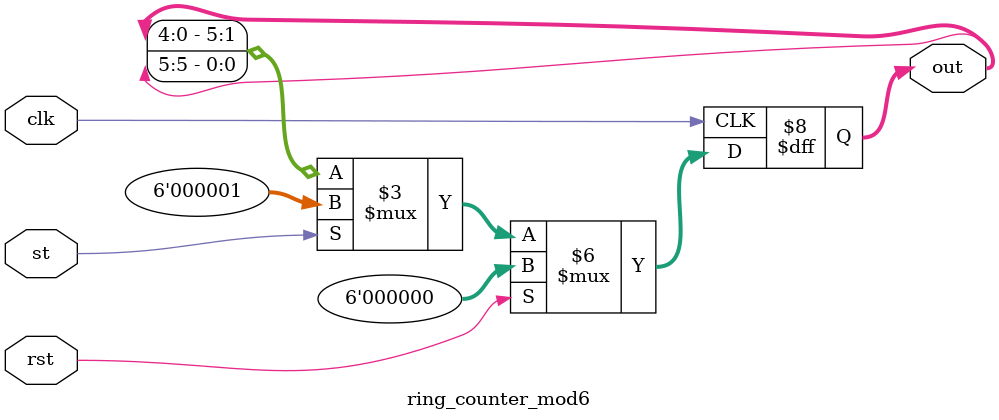
<source format=v>
`timescale 1ns / 1ps


module ring_counter_mod6(st,rst,clk,out);
    input rst,clk,st;
    output reg [5:0]out;
    
    reg [5:0]t;
    
    always@(posedge clk) begin
        if (rst)
            out <= 6'b000000;
        else if(st)
            out <= 6'b000001;
        else
            //......CIRCULAR LEFT SHIFT......//
            out <= {out[4:0],out[5]};
    end
endmodule

</source>
